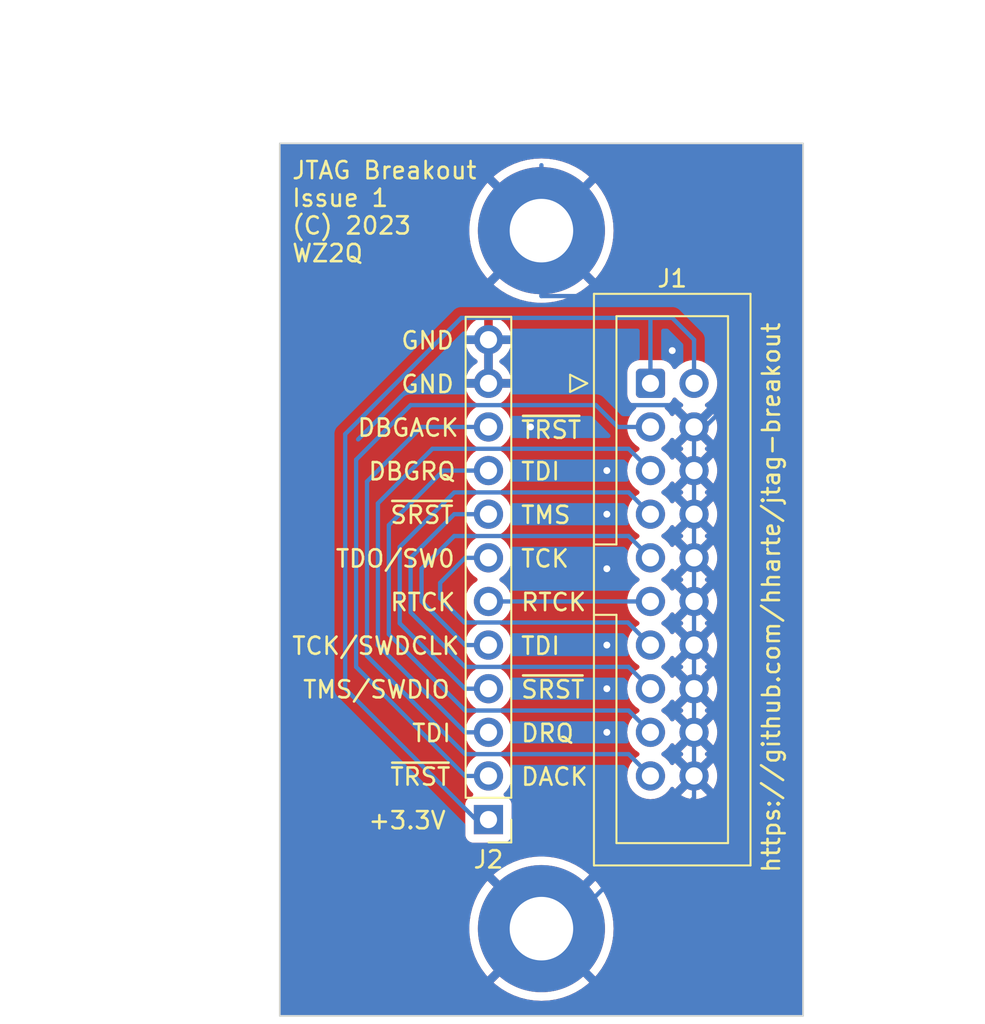
<source format=kicad_pcb>
(kicad_pcb (version 20221018) (generator pcbnew)
  (layers (0 "F.Cu" signal) (31 "B.Cu" signal) (34 "B.Paste" user) (35 "F.Paste" user) (36 "B.SilkS" user "B.Silkscreen") (37 "F.SilkS" user "F.Silkscreen") (38 "B.Mask" user) (39 "F.Mask" user) (44 "Edge.Cuts" user))
  (net 0 "")
  (net 1 "Net-(J1-~{TRST})")
  (net 2 "Net-(J1-TDI)")
  (net 3 "Net-(J1-TMS{slash}SWDIO)")
  (net 4 "Net-(J1-TCK{slash}SWDCLK)")
  (net 5 "Net-(J1-RTCK)")
  (net 6 "Net-(J1-TDO{slash}SWO)")
  (net 7 "Net-(J1-~{SRST})")
  (net 8 "Net-(J1-DBGRQ{slash}NC)")
  (net 9 "Net-(J1-DBGACK{slash}NC)")
  (net 10 "GND")
  (net 11 "+3V3")
  (footprint "MountingHole:MountingHole_3.7mm_Pad" (layer "F.Cu") (at 124.46 64.77)
    (fp_text reference "H1" hide)
    (fp_text value "MountingHole_Pad")
    (pad "1" thru_hole circle (at 0 0) (size 7.4 7.4) (drill 3.7) (layers "*.Cu" "*.Mask") (net 10 "GND"))
  )
  (footprint "Connector_IDC:IDC-Header_2x10_P2.54mm_Vertical" (layer "F.Cu") (at 130.81 73.66)
    (fp_text reference "J1" (at 1.27 -6.1) (layer "F.SilkS"))
    (fp_text value "Conn_ARM_JTAG_SWD_20")
    (fp_line (start -4.68 -0.5) (end -4.68 0.5) (stroke (width 0.12)) (layer "F.SilkS"))
    (fp_line (start -4.68 0.5) (end -3.68 0) (stroke (width 0.12)) (layer "F.SilkS"))
    (fp_line (start -3.68 0) (end -4.68 -0.5) (stroke (width 0.12)) (layer "F.SilkS"))
    (fp_line (start -3.29 -5.21) (end 5.83 -5.21) (stroke (width 0.12)) (layer "F.SilkS"))
    (fp_line (start -3.29 9.38) (end -1.98 9.38) (stroke (width 0.12)) (layer "F.SilkS"))
    (fp_line (start -3.29 28.07) (end -3.29 -5.21) (stroke (width 0.12)) (layer "F.SilkS"))
    (fp_line (start -1.98 -3.91) (end 4.52 -3.91) (stroke (width 0.12)) (layer "F.SilkS"))
    (fp_line (start -1.98 9.38) (end -1.98 -3.91) (stroke (width 0.12)) (layer "F.SilkS"))
    (fp_line (start -1.98 13.48) (end -3.29 13.48) (stroke (width 0.12)) (layer "F.SilkS"))
    (fp_line (start -1.98 13.48) (end -1.98 13.48) (stroke (width 0.12)) (layer "F.SilkS"))
    (fp_line (start -1.98 26.77) (end -1.98 13.48) (stroke (width 0.12)) (layer "F.SilkS"))
    (fp_line (start 4.52 -3.91) (end 4.52 26.77) (stroke (width 0.12)) (layer "F.SilkS"))
    (fp_line (start 4.52 26.77) (end -1.98 26.77) (stroke (width 0.12)) (layer "F.SilkS"))
    (fp_line (start 5.83 -5.21) (end 5.83 28.07) (stroke (width 0.12)) (layer "F.SilkS"))
    (fp_line (start 5.83 28.07) (end -3.29 28.07) (stroke (width 0.12)) (layer "F.SilkS"))
    (pad "1" thru_hole roundrect (at 0 0) (size 1.7 1.7) (drill 1) (layers "*.Cu" "*.Mask") (roundrect_rratio 0.1470588235) (net 11 "+3V3"))
    (pad "2" thru_hole circle (at 2.54 0) (size 1.7 1.7) (drill 1) (layers "*.Cu" "*.Mask") (net 11 "+3V3"))
    (pad "3" thru_hole circle (at 0 2.54) (size 1.7 1.7) (drill 1) (layers "*.Cu" "*.Mask") (net 1 "Net-(J1-~{TRST})"))
    (pad "4" thru_hole circle (at 2.54 2.54) (size 1.7 1.7) (drill 1) (layers "*.Cu" "*.Mask") (net 10 "GND"))
    (pad "5" thru_hole circle (at 0 5.08) (size 1.7 1.7) (drill 1) (layers "*.Cu" "*.Mask") (net 2 "Net-(J1-TDI)"))
    (pad "6" thru_hole circle (at 2.54 5.08) (size 1.7 1.7) (drill 1) (layers "*.Cu" "*.Mask") (net 10 "GND"))
    (pad "7" thru_hole circle (at 0 7.62) (size 1.7 1.7) (drill 1) (layers "*.Cu" "*.Mask") (net 3 "Net-(J1-TMS{slash}SWDIO)"))
    (pad "8" thru_hole circle (at 2.54 7.62) (size 1.7 1.7) (drill 1) (layers "*.Cu" "*.Mask") (net 10 "GND"))
    (pad "9" thru_hole circle (at 0 10.16) (size 1.7 1.7) (drill 1) (layers "*.Cu" "*.Mask") (net 4 "Net-(J1-TCK{slash}SWDCLK)"))
    (pad "10" thru_hole circle (at 2.54 10.16) (size 1.7 1.7) (drill 1) (layers "*.Cu" "*.Mask") (net 10 "GND"))
    (pad "11" thru_hole circle (at 0 12.7) (size 1.7 1.7) (drill 1) (layers "*.Cu" "*.Mask") (net 5 "Net-(J1-RTCK)"))
    (pad "12" thru_hole circle (at 2.54 12.7) (size 1.7 1.7) (drill 1) (layers "*.Cu" "*.Mask") (net 10 "GND"))
    (pad "13" thru_hole circle (at 0 15.24) (size 1.7 1.7) (drill 1) (layers "*.Cu" "*.Mask") (net 6 "Net-(J1-TDO{slash}SWO)"))
    (pad "14" thru_hole circle (at 2.54 15.24) (size 1.7 1.7) (drill 1) (layers "*.Cu" "*.Mask") (net 10 "GND"))
    (pad "15" thru_hole circle (at 0 17.78) (size 1.7 1.7) (drill 1) (layers "*.Cu" "*.Mask") (net 7 "Net-(J1-~{SRST})"))
    (pad "16" thru_hole circle (at 2.54 17.78) (size 1.7 1.7) (drill 1) (layers "*.Cu" "*.Mask") (net 10 "GND"))
    (pad "17" thru_hole circle (at 0 20.32) (size 1.7 1.7) (drill 1) (layers "*.Cu" "*.Mask") (net 8 "Net-(J1-DBGRQ{slash}NC)"))
    (pad "18" thru_hole circle (at 2.54 20.32) (size 1.7 1.7) (drill 1) (layers "*.Cu" "*.Mask") (net 10 "GND"))
    (pad "19" thru_hole circle (at 0 22.86) (size 1.7 1.7) (drill 1) (layers "*.Cu" "*.Mask") (net 9 "Net-(J1-DBGACK{slash}NC)"))
    (pad "20" thru_hole circle (at 2.54 22.86) (size 1.7 1.7) (drill 1) (layers "*.Cu" "*.Mask") (net 10 "GND"))
  )
  (footprint "MountingHole:MountingHole_3.7mm_Pad" (layer "F.Cu") (at 124.46 105.41)
    (fp_text reference "H2" hide)
    (fp_text value "MountingHole_Pad")
    (pad "1" thru_hole circle (at 0 0) (size 7.4 7.4) (drill 3.7) (layers "*.Cu" "*.Mask") (net 10 "GND"))
  )
  (footprint "Connector_PinHeader_2.54mm:PinHeader_1x12_P2.54mm_Vertical" (layer "F.Cu") (at 121.375 99.06 180)
    (fp_text reference "J2" (at 0 -2.33 180) (layer "F.SilkS"))
    (fp_text value "Conn_01x12_MountingPin")
    (fp_line (start -1.33 -1.33) (end 0 -1.33) (stroke (width 0.12)) (layer "F.SilkS"))
    (fp_line (start -1.33 0) (end -1.33 -1.33) (stroke (width 0.12)) (layer "F.SilkS"))
    (fp_line (start -1.33 1.27) (end -1.33 29.27) (stroke (width 0.12)) (layer "F.SilkS"))
    (fp_line (start -1.33 1.27) (end 1.33 1.27) (stroke (width 0.12)) (layer "F.SilkS"))
    (fp_line (start -1.33 29.27) (end 1.33 29.27) (stroke (width 0.12)) (layer "F.SilkS"))
    (fp_line (start 1.33 1.27) (end 1.33 29.27) (stroke (width 0.12)) (layer "F.SilkS"))
    (pad "1" thru_hole rect (at 0 0 180) (size 1.7 1.7) (drill 1) (layers "*.Cu" "*.Mask") (net 11 "+3V3"))
    (pad "2" thru_hole oval (at 0 2.54 180) (size 1.7 1.7) (drill 1) (layers "*.Cu" "*.Mask") (net 1 "Net-(J1-~{TRST})"))
    (pad "3" thru_hole oval (at 0 5.08 180) (size 1.7 1.7) (drill 1) (layers "*.Cu" "*.Mask") (net 2 "Net-(J1-TDI)"))
    (pad "4" thru_hole oval (at 0 7.62 180) (size 1.7 1.7) (drill 1) (layers "*.Cu" "*.Mask") (net 3 "Net-(J1-TMS{slash}SWDIO)"))
    (pad "5" thru_hole oval (at 0 10.16 180) (size 1.7 1.7) (drill 1) (layers "*.Cu" "*.Mask") (net 4 "Net-(J1-TCK{slash}SWDCLK)"))
    (pad "6" thru_hole oval (at 0 12.7 180) (size 1.7 1.7) (drill 1) (layers "*.Cu" "*.Mask") (net 5 "Net-(J1-RTCK)"))
    (pad "7" thru_hole oval (at 0 15.24 180) (size 1.7 1.7) (drill 1) (layers "*.Cu" "*.Mask") (net 6 "Net-(J1-TDO{slash}SWO)"))
    (pad "8" thru_hole oval (at 0 17.78 180) (size 1.7 1.7) (drill 1) (layers "*.Cu" "*.Mask") (net 7 "Net-(J1-~{SRST})"))
    (pad "9" thru_hole oval (at 0 20.32 180) (size 1.7 1.7) (drill 1) (layers "*.Cu" "*.Mask") (net 8 "Net-(J1-DBGRQ{slash}NC)"))
    (pad "10" thru_hole oval (at 0 22.86 180) (size 1.7 1.7) (drill 1) (layers "*.Cu" "*.Mask") (net 9 "Net-(J1-DBGACK{slash}NC)"))
    (pad "11" thru_hole oval (at 0 25.4 180) (size 1.7 1.7) (drill 1) (layers "*.Cu" "*.Mask") (net 10 "GND"))
    (pad "12" thru_hole oval (at 0 27.94 180) (size 1.7 1.7) (drill 1) (layers "*.Cu" "*.Mask") (net 10 "GND"))
  )
  (gr_rect (start 109.22 59.69) (end 139.7 110.49) (stroke (width 0.1)) (fill none) (layer "Edge.Cuts"))
  (gr_text "DRQ" (at 123.19 94.615) (layer "F.SilkS") (effects (font (size 1 1)) (justify left bottom)))
  (gr_text "GND" (at 116.205 71.755) (layer "F.SilkS") (effects (font (size 1 1)) (justify left bottom)))
  (gr_text "~{SRST}" (at 123.19 92.075) (layer "F.SilkS") (effects (font (size 1 1)) (justify left bottom)))
  (gr_text "~{TRST}" (at 115.57 97.155) (layer "F.SilkS") (effects (font (size 1 1)) (justify left bottom)))
  (gr_text "DACK" (at 123.19 97.155) (layer "F.SilkS") (effects (font (size 1 1)) (justify left bottom)))
  (gr_text "~{TRST}" (at 123.19 76.962) (layer "F.SilkS") (effects (font (size 1 1)) (justify left bottom)))
  (gr_text "RTCK" (at 115.57 86.995) (layer "F.SilkS") (effects (font (size 1 1)) (justify left bottom)))
  (gr_text "GND" (at 116.205 74.295) (layer "F.SilkS") (effects (font (size 1 1)) (justify left bottom)))
  (gr_text "~{SRST}" (at 115.57 81.915) (layer "F.SilkS") (effects (font (size 1 1)) (justify left bottom)))
  (gr_text "TDO/SW0" (at 112.395 84.455) (layer "F.SilkS") (effects (font (size 1 1)) (justify left bottom)))
  (gr_text "TCK" (at 123.19 84.455) (layer "F.SilkS") (effects (font (size 1 1)) (justify left bottom)))
  (gr_text "TCK/SWDCLK" (at 109.855 89.535) (layer "F.SilkS") (effects (font (size 1 1)) (justify left bottom)))
  (gr_text "https://github.com/hharte/jtag-breakout" (at 138.43 102.235 90) (layer "F.SilkS") (effects (font (size 1 1)) (justify left bottom)))
  (gr_text "TDI" (at 123.19 89.535) (layer "F.SilkS") (effects (font (size 1 1)) (justify left bottom)))
  (gr_text "TMS/SWDIO" (at 110.49 92.075) (layer "F.SilkS") (effects (font (size 1 1)) (justify left bottom)))
  (gr_text "TMS" (at 123.19 81.915) (layer "F.SilkS") (effects (font (size 1 1)) (justify left bottom)))
  (gr_text "DBGACK" (at 113.665 76.835) (layer "F.SilkS") (effects (font (size 1 1)) (justify left bottom)))
  (gr_text "TDI" (at 116.84 94.615) (layer "F.SilkS") (effects (font (size 1 1)) (justify left bottom)))
  (gr_text "+3.3V" (at 114.3 99.695) (layer "F.SilkS") (effects (font (size 1 1)) (justify left bottom)))
  (gr_text "DBGRQ" (at 114.3 79.375) (layer "F.SilkS") (effects (font (size 1 1)) (justify left bottom)))
  (gr_text "JTAG Breakout\nIssue 1\n(C) 2023\nWZ2Q" (at 109.855 66.675) (layer "F.SilkS") (effects (font (size 1 1)) (justify left bottom)))
  (gr_text "RTCK" (at 123.19 86.995) (layer "F.SilkS") (effects (font (size 1 1)) (justify left bottom)))
  (gr_text "TDI" (at 123.19 79.375) (layer "F.SilkS") (effects (font (size 1 1)) (justify left bottom)))
  (segment (start 116.84 74.93) (end 113.665 78.105) (width 0.25) (layer "B.Cu") (net 1))
  (segment (start 127.635 74.93) (end 116.84 74.93) (width 0.25) (layer "B.Cu") (net 1))
  (segment (start 120.015 96.52) (end 121.375 96.52) (width 0.25) (layer "B.Cu") (net 1))
  (segment (start 130.81 76.2) (end 128.905 76.2) (width 0.25) (layer "B.Cu") (net 1))
  (segment (start 128.905 76.2) (end 127.635 74.93) (width 0.25) (layer "B.Cu") (net 1))
  (segment (start 113.665 78.105) (end 113.665 90.17) (width 0.25) (layer "B.Cu") (net 1))
  (segment (start 113.665 90.17) (end 120.015 96.52) (width 0.25) (layer "B.Cu") (net 1))
  (segment (start 120.015 93.98) (end 121.375 93.98) (width 0.25) (layer "B.Cu") (net 2))
  (segment (start 118.11 77.47) (end 114.935 80.645) (width 0.25) (layer "B.Cu") (net 2))
  (segment (start 129.54 77.47) (end 118.11 77.47) (width 0.25) (layer "B.Cu") (net 2))
  (segment (start 114.935 88.9) (end 120.015 93.98) (width 0.25) (layer "B.Cu") (net 2))
  (segment (start 114.935 80.645) (end 114.935 88.9) (width 0.25) (layer "B.Cu") (net 2))
  (segment (start 130.81 78.74) (end 129.54 77.47) (width 0.25) (layer "B.Cu") (net 2))
  (segment (start 120.015 91.44) (end 116.205 87.63) (width 0.25) (layer "B.Cu") (net 3))
  (segment (start 116.205 83.185) (end 119.38 80.01) (width 0.25) (layer "B.Cu") (net 3))
  (segment (start 116.205 87.63) (end 116.205 83.185) (width 0.25) (layer "B.Cu") (net 3))
  (segment (start 119.38 80.01) (end 129.54 80.01) (width 0.25) (layer "B.Cu") (net 3))
  (segment (start 121.375 91.44) (end 120.015 91.44) (width 0.25) (layer "B.Cu") (net 3))
  (segment (start 129.54 80.01) (end 130.81 81.28) (width 0.25) (layer "B.Cu") (net 3))
  (segment (start 119.38 82.55) (end 129.54 82.55) (width 0.25) (layer "B.Cu") (net 4))
  (segment (start 120.016396 88.9) (end 117.475 86.358604) (width 0.25) (layer "B.Cu") (net 4))
  (segment (start 117.475 84.455) (end 119.38 82.55) (width 0.25) (layer "B.Cu") (net 4))
  (segment (start 121.375 88.9) (end 120.016396 88.9) (width 0.25) (layer "B.Cu") (net 4))
  (segment (start 129.54 82.55) (end 130.81 83.82) (width 0.25) (layer "B.Cu") (net 4))
  (segment (start 117.475 86.358604) (end 117.475 84.455) (width 0.25) (layer "B.Cu") (net 4))
  (segment (start 130.81 86.36) (end 121.375 86.36) (width 0.25) (layer "B.Cu") (net 5))
  (segment (start 129.494302 87.584302) (end 119.969302 87.584302) (width 0.25) (layer "B.Cu") (net 6))
  (segment (start 118.56 86.175) (end 118.56 85.275) (width 0.25) (layer "B.Cu") (net 6))
  (segment (start 119.969302 87.584302) (end 118.56 86.175) (width 0.25) (layer "B.Cu") (net 6))
  (segment (start 120.015 83.82) (end 121.375 83.82) (width 0.25) (layer "B.Cu") (net 6))
  (segment (start 130.81 88.9) (end 129.494302 87.584302) (width 0.25) (layer "B.Cu") (net 6))
  (segment (start 118.56 85.275) (end 120.015 83.82) (width 0.25) (layer "B.Cu") (net 6))
  (segment (start 119.38 81.28) (end 121.375 81.28) (width 0.25) (layer "B.Cu") (net 7))
  (segment (start 120.015 90.17) (end 116.84 86.995) (width 0.25) (layer "B.Cu") (net 7))
  (segment (start 116.84 83.82) (end 119.38 81.28) (width 0.25) (layer "B.Cu") (net 7))
  (segment (start 116.84 86.995) (end 116.84 83.82) (width 0.25) (layer "B.Cu") (net 7))
  (segment (start 129.54 90.17) (end 120.015 90.17) (width 0.25) (layer "B.Cu") (net 7))
  (segment (start 130.81 91.44) (end 129.54 90.17) (width 0.25) (layer "B.Cu") (net 7))
  (segment (start 120.015 92.71) (end 129.54 92.71) (width 0.25) (layer "B.Cu") (net 8))
  (segment (start 115.57 88.265) (end 120.015 92.71) (width 0.25) (layer "B.Cu") (net 8))
  (segment (start 120.65 78.74) (end 118.745 78.74) (width 0.25) (layer "B.Cu") (net 8))
  (segment (start 129.54 92.71) (end 130.81 93.98) (width 0.25) (layer "B.Cu") (net 8))
  (segment (start 118.745 78.74) (end 115.57 81.915) (width 0.25) (layer "B.Cu") (net 8))
  (segment (start 115.57 81.915) (end 115.57 88.265) (width 0.25) (layer "B.Cu") (net 8))
  (segment (start 117.475 76.2) (end 114.3 79.375) (width 0.25) (layer "B.Cu") (net 9))
  (segment (start 120.015 95.25) (end 129.54 95.25) (width 0.25) (layer "B.Cu") (net 9))
  (segment (start 114.3 89.535) (end 120.015 95.25) (width 0.25) (layer "B.Cu") (net 9))
  (segment (start 114.3 79.375) (end 114.3 89.535) (width 0.25) (layer "B.Cu") (net 9))
  (segment (start 129.54 95.25) (end 130.81 96.52) (width 0.25) (layer "B.Cu") (net 9))
  (segment (start 121.375 76.2) (end 117.475 76.2) (width 0.25) (layer "B.Cu") (net 9))
  (via (at 123.825 76.2) (size 0.8) (drill 0.4) (layers "F.Cu" "B.Cu") (net 10))
  (via (at 128.27 78.74) (size 0.8) (drill 0.4) (layers "F.Cu" "B.Cu") (net 10))
  (via (at 128.27 88.9) (size 0.8) (drill 0.4) (layers "F.Cu" "B.Cu") (net 10))
  (via (at 128.27 91.44) (size 0.8) (drill 0.4) (layers "F.Cu" "B.Cu") (net 10))
  (via (at 132.08 71.755) (size 0.8) (drill 0.4) (layers "F.Cu" "B.Cu") (net 10))
  (via (at 128.27 84.455) (size 0.8) (drill 0.4) (layers "F.Cu" "B.Cu") (net 10))
  (via (at 128.27 93.98) (size 0.8) (drill 0.4) (layers "F.Cu" "B.Cu") (net 10))
  (via (at 128.27 81.28) (size 0.8) (drill 0.4) (layers "F.Cu" "B.Cu") (net 10))
  (segment (start 133.35 97.79) (end 133.35 76.2) (width 0.25) (layer "B.Cu") (net 10))
  (segment (start 121.375 71.12) (end 122.324 71.12) (width 0.25) (layer "B.Cu") (net 10))
  (segment (start 124.46 73.66) (end 124.46 72.39) (width 0.25) (layer "B.Cu") (net 10))
  (segment (start 133.985 76.2) (end 135.255 74.93) (width 0.25) (layer "B.Cu") (net 10))
  (segment (start 135.255 74.93) (end 135.255 69.215) (width 0.25) (layer "B.Cu") (net 10))
  (segment (start 124.46 68.58) (end 124.46 60.96) (width 0.25) (layer "B.Cu") (net 10))
  (segment (start 132.08 74.93) (end 133.35 76.2) (width 0.25) (layer "B.Cu") (net 10))
  (segment (start 124.46 72.39) (end 123.19 71.12) (width 0.25) (layer "B.Cu") (net 10))
  (segment (start 121.375 73.66) (end 124.46 73.66) (width 0.25) (layer "B.Cu") (net 10))
  (segment (start 123.19 71.12) (end 121.375 71.12) (width 0.25) (layer "B.Cu") (net 10))
  (segment (start 134.62 68.58) (end 124.46 68.58) (width 0.25) (layer "B.Cu") (net 10))
  (segment (start 124.46 106.68) (end 133.35 97.79) (width 0.25) (layer "B.Cu") (net 10))
  (segment (start 133.35 76.2) (end 133.985 76.2) (width 0.25) (layer "B.Cu") (net 10))
  (segment (start 128.27 73.66) (end 129.54 74.93) (width 0.25) (layer "B.Cu") (net 10))
  (segment (start 135.255 69.215) (end 134.62 68.58) (width 0.25) (layer "B.Cu") (net 10))
  (segment (start 124.46 73.66) (end 128.27 73.66) (width 0.25) (layer "B.Cu") (net 10))
  (segment (start 129.54 74.93) (end 132.08 74.93) (width 0.25) (layer "B.Cu") (net 10))
  (segment (start 132.08 69.85) (end 133.35 71.12) (width 0.25) (layer "B.Cu") (net 11))
  (segment (start 121.375 99.06) (end 120.65 99.06) (width 0.25) (layer "B.Cu") (net 11))
  (segment (start 130.81 69.85) (end 130.81 73.66) (width 0.25) (layer "B.Cu") (net 11))
  (segment (start 113.03 76.614) (end 119.794 69.85) (width 0.25) (layer "B.Cu") (net 11))
  (segment (start 113.03 91.44) (end 113.03 76.614) (width 0.25) (layer "B.Cu") (net 11))
  (segment (start 133.35 71.12) (end 133.35 73.66) (width 0.25) (layer "B.Cu") (net 11))
  (segment (start 120.65 99.06) (end 113.03 91.44) (width 0.25) (layer "B.Cu") (net 11))
  (segment (start 130.81 69.85) (end 132.08 69.85) (width 0.25) (layer "B.Cu") (net 11))
  (segment (start 119.794 69.85) (end 130.81 69.85) (width 0.25) (layer "B.Cu") (net 11))
  (zone (net 10) (net_name "GND") (layer "F.Cu") (name "GND") (connect_pads (clearance 0.5)) (min_thickness 0.25) (fill yes (thermal_gap 0.5) (thermal_bridge_width 0.5))
    (polygon (pts (xy 139.7 110.49) (xy 109.22 110.49) (xy 109.22 59.69) (xy 139.7 59.69)))
  )
  (zone (net 10) (net_name "GND") (layer "B.Cu") (name "GND") (connect_pads (clearance 0.5)) (min_thickness 0.25) (fill yes (thermal_gap 0.5) (thermal_bridge_width 0.5))
    (polygon (pts (xy 109.22 110.49) (xy 139.7 110.49) (xy 139.7 59.69) (xy 109.22 59.69)))
  )
)
</source>
